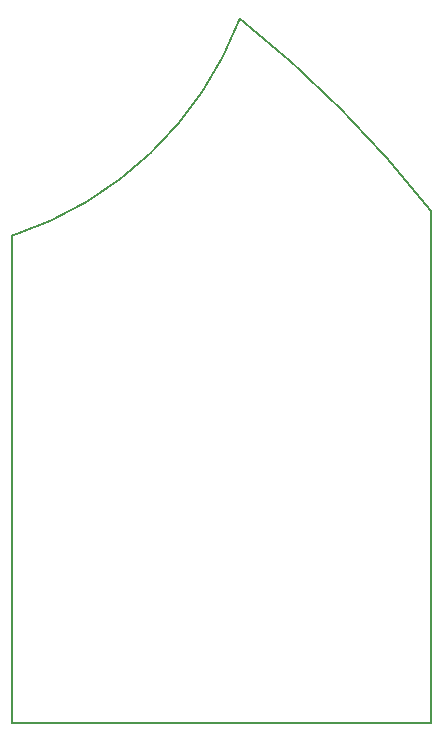
<source format=gbr>
G04 #@! TF.GenerationSoftware,KiCad,Pcbnew,(6.0.11)*
G04 #@! TF.CreationDate,2023-06-04T23:01:32+09:00*
G04 #@! TF.ProjectId,gyro_board,6779726f-5f62-46f6-9172-642e6b696361,rev?*
G04 #@! TF.SameCoordinates,Original*
G04 #@! TF.FileFunction,Profile,NP*
%FSLAX46Y46*%
G04 Gerber Fmt 4.6, Leading zero omitted, Abs format (unit mm)*
G04 Created by KiCad (PCBNEW (6.0.11)) date 2023-06-04 23:01:32*
%MOMM*%
%LPD*%
G01*
G04 APERTURE LIST*
G04 #@! TA.AperFunction,Profile*
%ADD10C,0.200000*%
G04 #@! TD*
G04 APERTURE END LIST*
D10*
X202453463Y-104341788D02*
X166953462Y-104355060D01*
X202453463Y-60999140D02*
X202453463Y-104341788D01*
X202453463Y-60999140D02*
G75*
G03*
X186262335Y-44709404I-77000051J-60342511D01*
G01*
X166953462Y-63096673D02*
G75*
G03*
X186262335Y-44709404I-9499998J29308124D01*
G01*
X166953462Y-104355060D02*
X166953462Y-63096674D01*
M02*

</source>
